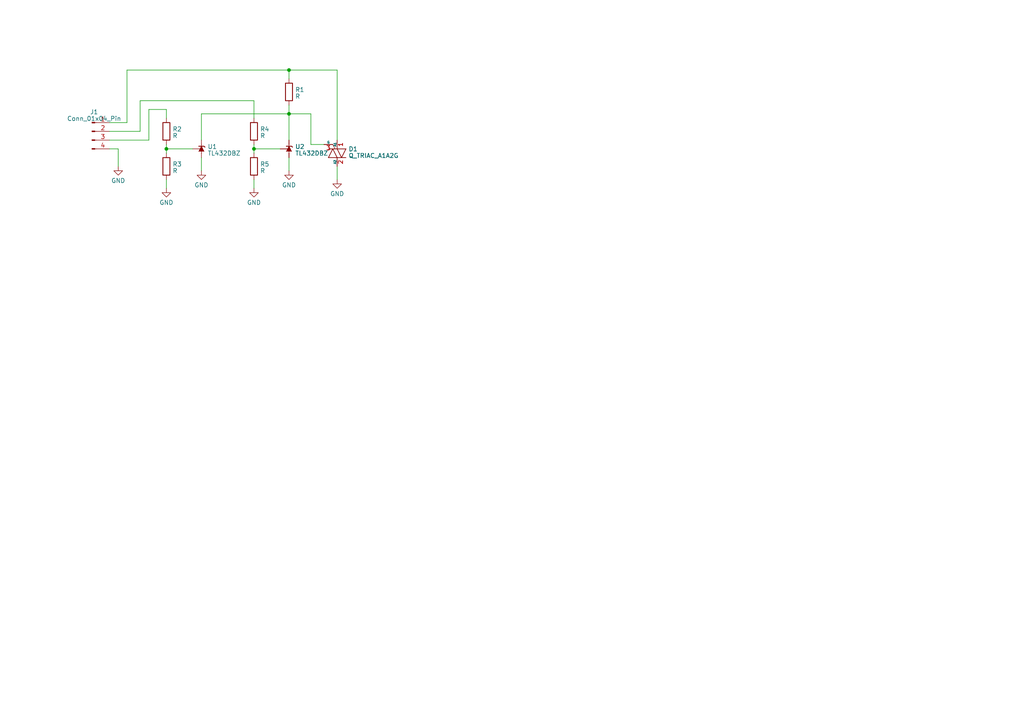
<source format=kicad_sch>
(kicad_sch (version 20230121) (generator eeschema)
  (paper "A4")
  (lib_symbols
    (symbol "Connector:Conn_01x04_Pin" (pin_names (offset 1.016) hide)
      (property "Reference" "J" (at 0 5.08 0))
      (property "Value" "Conn_01x04_Pin" (at 0 -7.62 0))
      (symbol "Conn_01x04_Pin_1_1"
        (polyline (pts (xy 1.27 -5.08) (xy 0.8636 -5.08)) (stroke (width 0.1524)))
        (polyline (pts (xy 1.27 -2.54) (xy 0.8636 -2.54)) (stroke (width 0.1524)))
        (polyline (pts (xy 1.27 0) (xy 0.8636 0)) (stroke (width 0.1524)))
        (polyline (pts (xy 1.27 2.54) (xy 0.8636 2.54)) (stroke (width 0.1524)))
        (rectangle (start 0.8636 -4.953) (end 0 -5.207) (stroke (width 0.1524)) (fill (type outline)))
        (rectangle (start 0.8636 -2.413) (end 0 -2.667) (stroke (width 0.1524)) (fill (type outline)))
        (rectangle (start 0.8636 0.127) (end 0 -0.127) (stroke (width 0.1524)) (fill (type outline)))
        (rectangle (start 0.8636 2.667) (end 0 2.413) (stroke (width 0.1524)) (fill (type outline)))
        (pin passive line (at 5.08 2.54 180) (length 3.81) (name "Pin_1") (number "1"))
        (pin passive line (at 5.08 0 180) (length 3.81) (name "Pin_2") (number "2"))
        (pin passive line (at 5.08 -2.54 180) (length 3.81) (name "Pin_3") (number "3"))
        (pin passive line (at 5.08 -5.08 180) (length 3.81) (name "Pin_4") (number "4"))
      )
    )
    (symbol "Device:Q_TRIAC_A1A2G" (pin_names (offset 0))
      (property "Reference" "D" (at 3.175 0.635 0))
      (property "Value" "Q_TRIAC_A1A2G" (at 3.175 -1.27 0))
      (symbol "Q_TRIAC_A1A2G_0_1"
        (polyline (pts (xy -2.54 -1.27) (xy 2.54 -1.27)) (stroke (width 0.2032)))
        (polyline (pts (xy -2.54 1.27) (xy 2.54 1.27)) (stroke (width 0.2032)))
        (polyline (pts (xy -1.27 -2.54) (xy -0.635 -1.27)))
        (polyline (pts (xy -2.54 1.27) (xy -1.27 -1.27) (xy 0 1.27)) (stroke (width 0.2032)))
        (polyline (pts (xy 0 -1.27) (xy 1.27 1.27) (xy 2.54 -1.27)) (stroke (width 0.2032)))
      )
      (symbol "Q_TRIAC_A1A2G_1_1"
        (pin passive line (at 0 -3.81 90) (length 2.54) (name "A1") (number "1"))
        (pin passive line (at 0 3.81 270) (length 2.54) (name "A2") (number "2"))
        (pin input line (at -3.81 -2.54 0) (length 2.54) (name "G") (number "3"))
      )
    )
    (symbol "Device:R" (pin_numbers hide) (pin_names (offset 0))
      (property "Reference" "R" (at 2.032 0 90))
      (property "Value" "R" (at 0 0 90))
      (symbol "R_0_1"
        (rectangle (start -1.016 -2.54) (end 1.016 2.54) (stroke (width 0.254)))
      )
      (symbol "R_1_1"
        (pin passive line (at 0 3.81 270) (length 1.27) (name "~") (number "1"))
        (pin passive line (at 0 -3.81 90) (length 1.27) (name "~") (number "2"))
      )
    )
    (symbol "Reference_Voltage:TL432DBZ" (pin_numbers hide) (pin_names hide)
      (property "Reference" "U" (at -2.54 2.54 0))
      (property "Value" "TL432DBZ" (at 0 -2.54 0))
      (symbol "TL432DBZ_0_1"
        (polyline (pts (xy -1.27 0) (xy 0 0) (xy 1.27 0)))
        (polyline (pts (xy -0.762 0.762) (xy 0.762 0) (xy -0.762 -0.762)) (fill (type outline)))
        (polyline (pts (xy 0.508 -1.016) (xy 0.762 -0.762) (xy 0.762 0.762) (xy 0.762 0.762)) (stroke (width 0.254)))
      )
      (symbol "TL432DBZ_1_1"
        (pin passive line (at 0 2.54 270) (length 2.54) (name "REF") (number "1"))
        (pin passive line (at 2.54 0 180) (length 1.27) (name "K") (number "2"))
        (pin passive line (at -2.54 0 0) (length 1.27) (name "A") (number "3"))
      )
    )
    (symbol "power:GND" (power) (pin_names (offset 0))
      (property "Value" "GND" (at 0 -3.81 0))
      (symbol "GND_0_1"
        (polyline (pts (xy 0 0) (xy 0 -1.27) (xy 1.27 -1.27) (xy 0 -2.54) (xy -1.27 -1.27) (xy 0 -1.27)))
      )
      (symbol "GND_1_1"
        (pin power_in line (at 0 0 270) (length 0) hide (name "GND") (number "1"))
      )
    )
  )
  (junction (at 83.82 33.02))
  (junction (at 73.66 43.18))
  (junction (at 83.82 20.32))
  (junction (at 48.26 43.18))
  (wire (pts (xy 36.83 20.32) (xy 83.82 20.32)))
  (wire (pts (xy 83.82 33.02) (xy 83.82 40.64)))
  (wire (pts (xy 48.26 43.18) (xy 48.26 44.45)))
  (wire (pts (xy 97.79 48.26) (xy 97.79 52.07)))
  (wire (pts (xy 83.82 20.32) (xy 83.82 22.86)))
  (wire (pts (xy 97.79 20.32) (xy 83.82 20.32)))
  (wire (pts (xy 31.75 35.56) (xy 36.83 35.56)))
  (wire (pts (xy 93.98 41.91) (xy 90.17 41.91)))
  (wire (pts (xy 48.26 41.91) (xy 48.26 43.18)))
  (wire (pts (xy 31.75 43.18) (xy 34.29 43.18)))
  (wire (pts (xy 48.26 43.18) (xy 55.88 43.18)))
  (wire (pts (xy 48.26 52.07) (xy 48.26 54.61)))
  (wire (pts (xy 31.75 40.64) (xy 43.18 40.64)))
  (wire (pts (xy 73.66 41.91) (xy 73.66 43.18)))
  (wire (pts (xy 43.18 40.64) (xy 43.18 31.75)))
  (wire (pts (xy 40.64 29.21) (xy 73.66 29.21)))
  (wire (pts (xy 73.66 43.18) (xy 73.66 44.45)))
  (wire (pts (xy 58.42 33.02) (xy 83.82 33.02)))
  (wire (pts (xy 90.17 41.91) (xy 90.17 33.02)))
  (wire (pts (xy 34.29 43.18) (xy 34.29 48.26)))
  (wire (pts (xy 36.83 35.56) (xy 36.83 20.32)))
  (wire (pts (xy 58.42 45.72) (xy 58.42 49.53)))
  (wire (pts (xy 58.42 40.64) (xy 58.42 33.02)))
  (wire (pts (xy 97.79 40.64) (xy 97.79 20.32)))
  (wire (pts (xy 48.26 31.75) (xy 48.26 34.29)))
  (wire (pts (xy 43.18 31.75) (xy 48.26 31.75)))
  (wire (pts (xy 83.82 45.72) (xy 83.82 49.53)))
  (wire (pts (xy 40.64 38.1) (xy 40.64 29.21)))
  (wire (pts (xy 83.82 30.48) (xy 83.82 33.02)))
  (wire (pts (xy 73.66 43.18) (xy 81.28 43.18)))
  (wire (pts (xy 31.75 38.1) (xy 40.64 38.1)))
  (wire (pts (xy 73.66 52.07) (xy 73.66 54.61)))
  (wire (pts (xy 73.66 29.21) (xy 73.66 34.29)))
  (wire (pts (xy 90.17 33.02) (xy 83.82 33.02)))
  (symbol (lib_id "Reference_Voltage:TL432DBZ") (at 58.42 43.18 90) (unit 1)
    (property "Reference" "U1" (at 60.198 42.5363 90) (effects (justify right)))
    (property "Value" "TL432DBZ" (at 60.198 44.4573 90) (effects (justify right)))
    (property "Footprint" "Package_TO_SOT_SMD:SOT-23" (effects hide))
    (property "Datasheet" "http://www.ti.com/lit/ds/symlink/tl431.pdf" (effects hide))
  )
  (symbol (lib_id "power:GND") (at 34.29 48.26 0) (unit 1)
    (property "Reference" "#PWR03" (effects hide))
    (property "Value" "GND" (at 34.29 52.3955 0))
  )
  (symbol (lib_id "Device:Q_TRIAC_A1A2G") (at 97.79 44.45 0) (mirror x) (unit 1)
    (property "Reference" "D1" (at 101.0665 43.2221 0) (effects (justify left)))
    (property "Value" "Q_TRIAC_A1A2G" (at 101.0665 45.1431 0) (effects (justify left)))
    (property "Footprint" "Package_TO_SOT_SMD:TO-252-2" (effects hide))
  )
  (symbol (lib_id "Device:R") (at 48.26 38.1 0) (unit 1)
    (property "Reference" "R2" (at 50.038 37.4563 0) (effects (justify left)))
    (property "Value" "R" (at 50.038 39.3773 0) (effects (justify left)))
    (property "Footprint" "Resistor_SMD:R_0805_2012Metric_Pad1.20x1.40mm_HandSolder" (effects hide))
  )
  (symbol (lib_id "power:GND") (at 48.26 54.61 0) (unit 1)
    (property "Reference" "#PWR01" (effects hide))
    (property "Value" "GND" (at 48.26 58.7455 0))
  )
  (symbol (lib_id "Device:R") (at 83.82 26.67 0) (unit 1)
    (property "Reference" "R1" (at 85.598 26.0263 0) (effects (justify left)))
    (property "Value" "R" (at 85.598 27.9473 0) (effects (justify left)))
    (property "Footprint" "Resistor_SMD:R_0805_2012Metric_Pad1.20x1.40mm_HandSolder" (effects hide))
  )
  (symbol (lib_id "Device:R") (at 73.66 38.1 0) (unit 1)
    (property "Reference" "R4" (at 75.438 37.4563 0) (effects (justify left)))
    (property "Value" "R" (at 75.438 39.3773 0) (effects (justify left)))
    (property "Footprint" "Resistor_SMD:R_0805_2012Metric_Pad1.20x1.40mm_HandSolder" (effects hide))
  )
  (symbol (lib_id "power:GND") (at 73.66 54.61 0) (unit 1)
    (property "Reference" "#PWR02" (effects hide))
    (property "Value" "GND" (at 73.66 58.7455 0))
  )
  (symbol (lib_id "power:GND") (at 83.82 49.53 0) (unit 1)
    (property "Reference" "#PWR05" (effects hide))
    (property "Value" "GND" (at 83.82 53.6655 0))
  )
  (symbol (lib_id "Device:R") (at 73.66 48.26 0) (unit 1)
    (property "Reference" "R5" (at 75.438 47.6163 0) (effects (justify left)))
    (property "Value" "R" (at 75.438 49.5373 0) (effects (justify left)))
    (property "Footprint" "Resistor_SMD:R_0805_2012Metric_Pad1.20x1.40mm_HandSolder" (effects hide))
  )
  (symbol (lib_id "Connector:Conn_01x04_Pin") (at 26.67 38.1 0) (unit 1)
    (property "Reference" "J1" (at 27.305 32.4739 0))
    (property "Value" "Conn_01x04_Pin" (at 27.305 34.3949 0))
    (property "Footprint" "Connector_PinHeader_2.54mm:PinHeader_1x04_P2.54mm_Vertical" (effects hide))
  )
  (symbol (lib_id "Device:R") (at 48.26 48.26 0) (unit 1)
    (property "Reference" "R3" (at 50.038 47.6163 0) (effects (justify left)))
    (property "Value" "R" (at 50.038 49.5373 0) (effects (justify left)))
    (property "Footprint" "Resistor_SMD:R_0805_2012Metric_Pad1.20x1.40mm_HandSolder" (effects hide))
  )
  (symbol (lib_id "power:GND") (at 97.79 52.07 0) (unit 1)
    (property "Reference" "#PWR06" (effects hide))
    (property "Value" "GND" (at 97.79 56.2055 0))
  )
  (symbol (lib_id "Reference_Voltage:TL432DBZ") (at 83.82 43.18 90) (unit 1)
    (property "Reference" "U2" (at 85.598 42.5363 90) (effects (justify right)))
    (property "Value" "TL432DBZ" (at 85.598 44.4573 90) (effects (justify right)))
    (property "Footprint" "Package_TO_SOT_SMD:SOT-23" (effects hide))
    (property "Datasheet" "http://www.ti.com/lit/ds/symlink/tl431.pdf" (effects hide))
  )
  (symbol (lib_id "power:GND") (at 58.42 49.53 0) (unit 1)
    (property "Reference" "#PWR04" (effects hide))
    (property "Value" "GND" (at 58.42 53.6655 0))
  )
)
</source>
